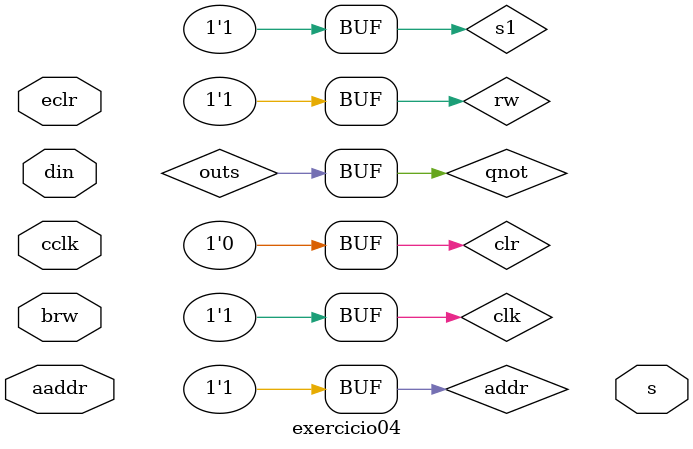
<source format=v>
`include "jkFF.v"

module exercicio04(input aaddr,input brw,input cclk, input din, output s, input eclr);
reg addr,rw,clk,in01,in02,in03,in04,in05,in06,in07,clr;
wire s1,outs;

and And01(s1,addr,rw,clk);

jkff J01(q,qnot,s1,in00,clk);
jkff J02(q,qnot,s1,in01,clk);
jkff J03(q,qnot,s1,in02,clk);
jkff J04(q,qnot,s1,in03,clk);
jkff J05(q,qnot,s1,in04,clk);
jkff J06(q,qnot,s1,in05,clk);
jkff J07(q,qnot,s1,in06,clk);
jkff J08(q,qnot,s1,in08,clk);

and And02(outs,qnot,addr);

initial begin 
$display ( "Guia 10 - Thaise Souto Martins" );
$display ( "Exercicio04 - Memoria RAM" ); 

addr = 0; 
clk = 0; 
rw = 0;
clr = 0; 

$monitor( "%4d %4b", $time, outs ); 

#1 clk = 0; addr = 0; rw = 1; 
#1 clk = 0; addr = 1; rw = 0;
#1 clk = 0; addr = 1; rw = 1;
#1 clk = 1; addr = 0; rw = 0;
#1 clk = 1; addr = 0; rw = 1;
#1 clk = 1; addr = 1; rw = 0;
#1 clk = 1; addr = 1; rw = 1;

end 

endmodule


</source>
